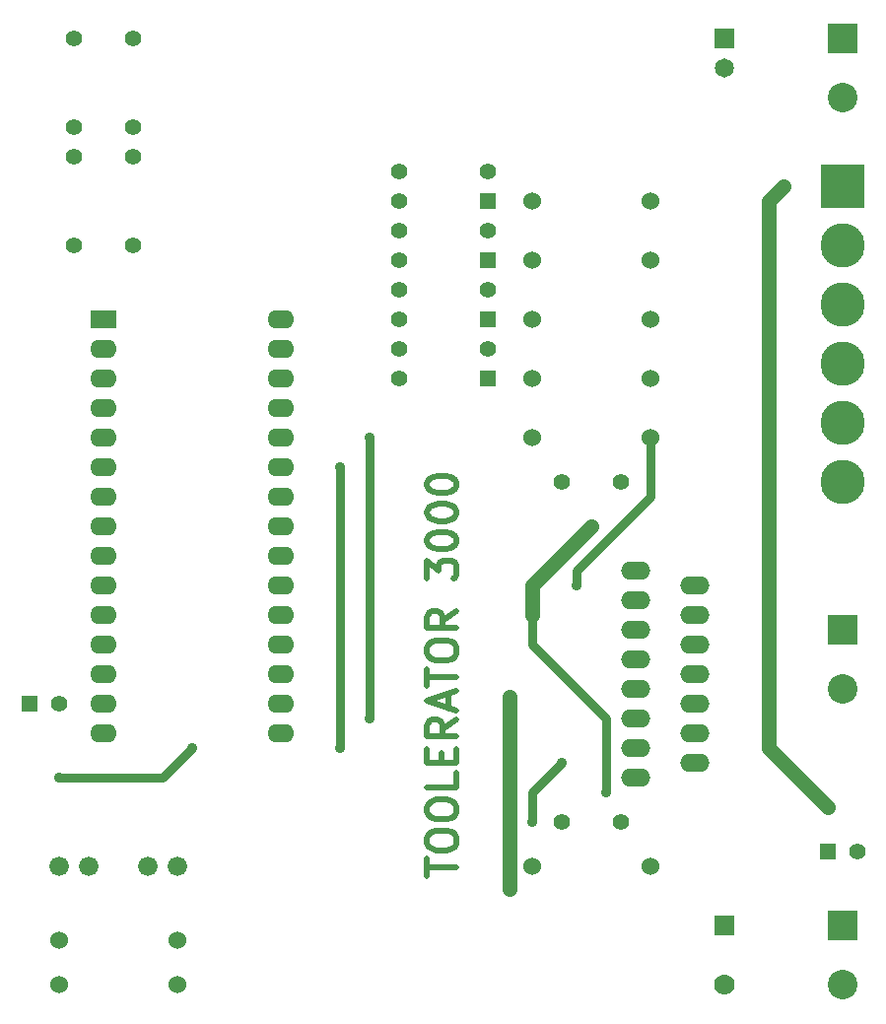
<source format=gtl>
%FSLAX34Y34*%
G04 Gerber Fmt 3.4, Leading zero omitted, Abs format*
G04 (created by PCBNEW (2014-02-26 BZR 4721)-product) date Saturday, May 16, 2015 'AMt' 10:53:37 AM*
%MOIN*%
G01*
G70*
G90*
G04 APERTURE LIST*
%ADD10C,0.005906*%
%ADD11C,0.020000*%
%ADD12R,0.055000X0.055000*%
%ADD13C,0.055000*%
%ADD14R,0.065000X0.065000*%
%ADD15C,0.065000*%
%ADD16R,0.070000X0.070000*%
%ADD17C,0.070000*%
%ADD18C,0.066000*%
%ADD19R,0.100000X0.100000*%
%ADD20C,0.100000*%
%ADD21C,0.060000*%
%ADD22R,0.090000X0.062000*%
%ADD23O,0.090000X0.062000*%
%ADD24O,0.100000X0.060000*%
%ADD25C,0.150000*%
%ADD26R,0.150000X0.150000*%
%ADD27C,0.035000*%
%ADD28C,0.050000*%
%ADD29C,0.030000*%
G04 APERTURE END LIST*
G54D10*
G54D11*
X13952Y5190D02*
X13952Y5761D01*
X14952Y5476D02*
X13952Y5476D01*
X13952Y6285D02*
X13952Y6476D01*
X14000Y6571D01*
X14095Y6666D01*
X14285Y6714D01*
X14619Y6714D01*
X14809Y6666D01*
X14904Y6571D01*
X14952Y6476D01*
X14952Y6285D01*
X14904Y6190D01*
X14809Y6095D01*
X14619Y6047D01*
X14285Y6047D01*
X14095Y6095D01*
X14000Y6190D01*
X13952Y6285D01*
X13952Y7333D02*
X13952Y7523D01*
X14000Y7619D01*
X14095Y7714D01*
X14285Y7761D01*
X14619Y7761D01*
X14809Y7714D01*
X14904Y7619D01*
X14952Y7523D01*
X14952Y7333D01*
X14904Y7238D01*
X14809Y7142D01*
X14619Y7095D01*
X14285Y7095D01*
X14095Y7142D01*
X14000Y7238D01*
X13952Y7333D01*
X14952Y8666D02*
X14952Y8190D01*
X13952Y8190D01*
X14428Y8999D02*
X14428Y9333D01*
X14952Y9476D02*
X14952Y8999D01*
X13952Y8999D01*
X13952Y9476D01*
X14952Y10476D02*
X14476Y10142D01*
X14952Y9904D02*
X13952Y9904D01*
X13952Y10285D01*
X14000Y10380D01*
X14047Y10428D01*
X14142Y10476D01*
X14285Y10476D01*
X14380Y10428D01*
X14428Y10380D01*
X14476Y10285D01*
X14476Y9904D01*
X14666Y10857D02*
X14666Y11333D01*
X14952Y10761D02*
X13952Y11095D01*
X14952Y11428D01*
X13952Y11619D02*
X13952Y12190D01*
X14952Y11904D02*
X13952Y11904D01*
X13952Y12714D02*
X13952Y12904D01*
X14000Y12999D01*
X14095Y13095D01*
X14285Y13142D01*
X14619Y13142D01*
X14809Y13095D01*
X14904Y12999D01*
X14952Y12904D01*
X14952Y12714D01*
X14904Y12619D01*
X14809Y12523D01*
X14619Y12476D01*
X14285Y12476D01*
X14095Y12523D01*
X14000Y12619D01*
X13952Y12714D01*
X14952Y14142D02*
X14476Y13809D01*
X14952Y13571D02*
X13952Y13571D01*
X13952Y13952D01*
X14000Y14047D01*
X14047Y14095D01*
X14142Y14142D01*
X14285Y14142D01*
X14380Y14095D01*
X14428Y14047D01*
X14476Y13952D01*
X14476Y13571D01*
X13952Y15238D02*
X13952Y15857D01*
X14333Y15523D01*
X14333Y15666D01*
X14380Y15761D01*
X14428Y15809D01*
X14523Y15857D01*
X14761Y15857D01*
X14857Y15809D01*
X14904Y15761D01*
X14952Y15666D01*
X14952Y15380D01*
X14904Y15285D01*
X14857Y15238D01*
X13952Y16476D02*
X13952Y16571D01*
X14000Y16666D01*
X14047Y16714D01*
X14142Y16761D01*
X14333Y16809D01*
X14571Y16809D01*
X14761Y16761D01*
X14857Y16714D01*
X14904Y16666D01*
X14952Y16571D01*
X14952Y16476D01*
X14904Y16380D01*
X14857Y16333D01*
X14761Y16285D01*
X14571Y16238D01*
X14333Y16238D01*
X14142Y16285D01*
X14047Y16333D01*
X14000Y16380D01*
X13952Y16476D01*
X13952Y17428D02*
X13952Y17523D01*
X14000Y17619D01*
X14047Y17666D01*
X14142Y17714D01*
X14333Y17761D01*
X14571Y17761D01*
X14761Y17714D01*
X14857Y17666D01*
X14904Y17619D01*
X14952Y17523D01*
X14952Y17428D01*
X14904Y17333D01*
X14857Y17285D01*
X14761Y17238D01*
X14571Y17190D01*
X14333Y17190D01*
X14142Y17238D01*
X14047Y17285D01*
X14000Y17333D01*
X13952Y17428D01*
X13952Y18380D02*
X13952Y18476D01*
X14000Y18571D01*
X14047Y18619D01*
X14142Y18666D01*
X14333Y18714D01*
X14571Y18714D01*
X14761Y18666D01*
X14857Y18619D01*
X14904Y18571D01*
X14952Y18476D01*
X14952Y18380D01*
X14904Y18285D01*
X14857Y18238D01*
X14761Y18190D01*
X14571Y18142D01*
X14333Y18142D01*
X14142Y18190D01*
X14047Y18238D01*
X14000Y18285D01*
X13952Y18380D01*
G54D12*
X500Y11000D03*
G54D13*
X1500Y11000D03*
G54D14*
X24000Y33500D03*
G54D15*
X24000Y32500D03*
G54D16*
X24000Y3500D03*
G54D17*
X24000Y1500D03*
G54D12*
X27500Y6000D03*
G54D13*
X28500Y6000D03*
X18500Y7000D03*
X20500Y7000D03*
X20500Y18500D03*
X18500Y18500D03*
G54D18*
X5500Y5500D03*
X4500Y5500D03*
X2500Y5500D03*
X1500Y5500D03*
G54D19*
X28000Y33500D03*
G54D20*
X28000Y31500D03*
G54D19*
X28000Y3500D03*
G54D20*
X28000Y1500D03*
G54D19*
X28000Y13500D03*
G54D20*
X28000Y11500D03*
G54D21*
X1500Y3000D03*
X5500Y3000D03*
X5500Y1500D03*
X1500Y1500D03*
X17500Y5500D03*
X21500Y5500D03*
X21500Y20000D03*
X17500Y20000D03*
G54D22*
X3000Y24000D03*
G54D23*
X3000Y23000D03*
X3000Y22000D03*
X3000Y21000D03*
X3000Y20000D03*
X3000Y19000D03*
X3000Y18000D03*
X3000Y17000D03*
X3000Y16000D03*
X3000Y15000D03*
X3000Y14000D03*
X3000Y13000D03*
X3000Y12000D03*
X3000Y11000D03*
X3000Y10000D03*
X9000Y10000D03*
X9000Y11000D03*
X9000Y12000D03*
X9000Y13000D03*
X9000Y14000D03*
X9000Y15000D03*
X9000Y16000D03*
X9000Y17000D03*
X9000Y18000D03*
X9000Y19000D03*
X9000Y20000D03*
X9000Y21000D03*
X9000Y22000D03*
X9000Y23000D03*
X9000Y24000D03*
G54D24*
X21000Y15500D03*
X23000Y15000D03*
X21000Y14500D03*
X23000Y14000D03*
X21000Y13500D03*
X23000Y13000D03*
X21000Y12500D03*
X23000Y12000D03*
X21000Y11500D03*
X23000Y11000D03*
X21000Y10500D03*
X23000Y10000D03*
X21000Y9500D03*
X23000Y9000D03*
X21000Y8500D03*
G54D13*
X4000Y30500D03*
X2000Y30500D03*
X4000Y33500D03*
X2000Y33500D03*
X4000Y26500D03*
X2000Y26500D03*
X4000Y29500D03*
X2000Y29500D03*
G54D25*
X28000Y26500D03*
X28000Y24500D03*
G54D26*
X28000Y28500D03*
G54D25*
X28000Y22500D03*
X28000Y20500D03*
X28000Y18500D03*
G54D21*
X17500Y22000D03*
X21500Y22000D03*
X17500Y24000D03*
X21500Y24000D03*
X17500Y26000D03*
X21500Y26000D03*
X17500Y28000D03*
X21500Y28000D03*
G54D12*
X16000Y22000D03*
G54D13*
X16000Y23000D03*
X13000Y23000D03*
X13000Y22000D03*
G54D12*
X16000Y24000D03*
G54D13*
X16000Y25000D03*
X13000Y25000D03*
X13000Y24000D03*
G54D12*
X16000Y26000D03*
G54D13*
X16000Y27000D03*
X13000Y27000D03*
X13000Y26000D03*
G54D12*
X16000Y28000D03*
G54D13*
X16000Y29000D03*
X13000Y29000D03*
X13000Y28000D03*
G54D27*
X16750Y4750D03*
X16750Y11250D03*
X26000Y28500D03*
X27500Y7500D03*
X20000Y8000D03*
X6000Y9500D03*
X1500Y8500D03*
X19500Y17000D03*
X17500Y14000D03*
X17500Y7000D03*
X18500Y9000D03*
X19000Y15000D03*
X11000Y9500D03*
X11000Y19000D03*
X12000Y10500D03*
X12000Y20000D03*
G54D28*
X16750Y11250D02*
X16750Y4750D01*
X25500Y28000D02*
X26000Y28500D01*
X25500Y9500D02*
X25500Y28000D01*
X27500Y7500D02*
X25500Y9500D01*
G54D29*
X17500Y14000D02*
X17500Y13000D01*
X20000Y10500D02*
X20000Y8000D01*
X17500Y13000D02*
X20000Y10500D01*
X5000Y8500D02*
X6000Y9500D01*
X1500Y8500D02*
X5000Y8500D01*
G54D28*
X19500Y17000D02*
X17500Y15000D01*
X17500Y15000D02*
X17500Y14000D01*
G54D29*
X17500Y8000D02*
X17500Y7000D01*
X18500Y9000D02*
X17500Y8000D01*
X21500Y20000D02*
X21500Y18000D01*
X19000Y15500D02*
X19000Y15000D01*
X21500Y18000D02*
X19000Y15500D01*
X11000Y19000D02*
X11000Y9500D01*
X12000Y10500D02*
X12000Y20000D01*
M02*

</source>
